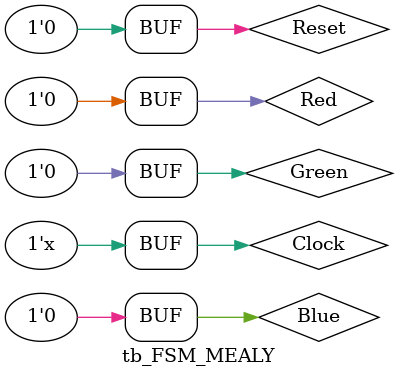
<source format=v>
`timescale 1ns/1ns
 module tb_FSM_MEALY;
 
 reg Clock, Reset;
 reg Red, Green, Blue;
 wire NewColor;
 
 FSM_MEALY FSM_MEALY_U1 (.Clock(Clock),.Reset(Reset),.Red(Red),.Green(Green),.Blue(Blue),.NewColor(NewColor));
 initial Clock=1'b0;
 always #50 Clock=~Clock;
 
 initial
 begin
 Reset=1'b1; Red=1'b0; Green=1'b0; Blue=1'b1;
 #50 Green=1'b1;
 #50 Red=1'b1;
 #50 Green=1'b0; Blue=1'b0;
 #50 Red=1'b0;
 #50 Green=1'b1;
 #100 Blue=1'b1;
 #50  Reset=1'b0; 
 Blue=1'b0;
 #50  Green=1'b0;
 #100 Red=1'b1;
 #50 Green=1'b1; Blue=1'b1;
 #50 Red=1'b0;
 #100 Green=1'b0; Blue=1'b0;
 #100 Green=1'b1;
 #50 Green=1'b0; Blue=1'b1;
 #50 Blue=1'b0;
 end
 endmodule

</source>
